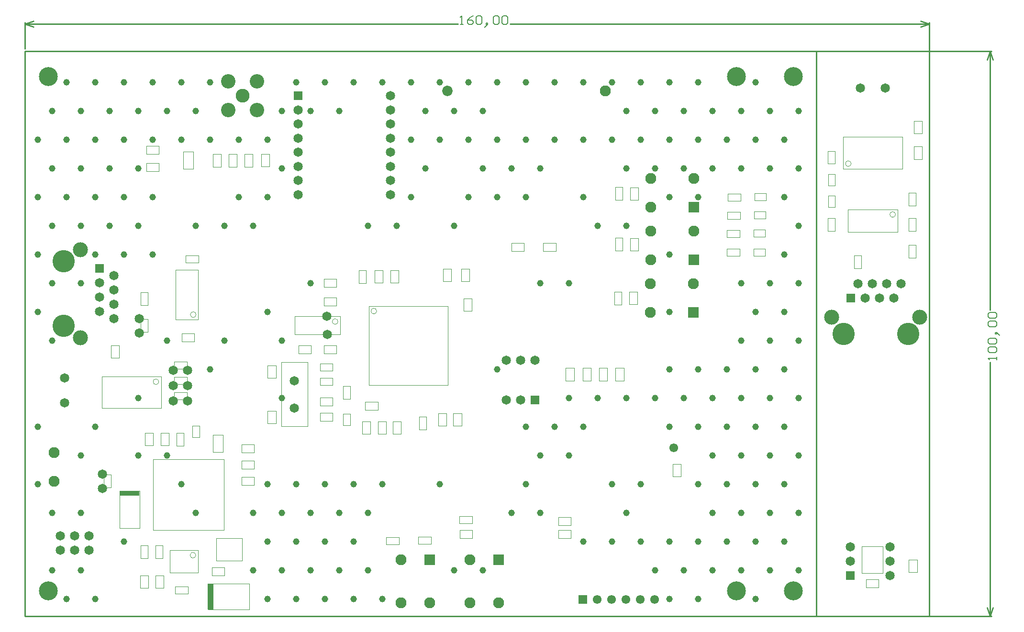
<source format=gbs>
G04 Layer_Color=16711935*
%FSLAX44Y44*%
%MOMM*%
G71*
G01*
G75*
%ADD47C,0.1000*%
%ADD48C,0.2540*%
%ADD49C,0.1524*%
%ADD50R,3.5000X0.8877*%
%ADD51R,0.9819X4.6000*%
%ADD101C,1.6500*%
%ADD102R,1.6500X1.6500*%
%ADD103R,1.6500X1.6500*%
%ADD104C,2.4500*%
%ADD105C,2.5500*%
%ADD106C,1.5500*%
%ADD107C,1.9500*%
%ADD108R,1.9500X1.9500*%
%ADD109R,1.9500X1.9500*%
%ADD110R,1.5500X1.5500*%
%ADD111C,1.8500*%
%ADD112C,3.3500*%
%ADD113C,2.6500*%
%ADD114C,3.9500*%
%ADD115C,1.6500*%
%ADD116R,1.6500X1.6500*%
%ADD117R,1.6500X1.6500*%
%ADD118C,1.1500*%
D47*
X2022000Y1170000D02*
G03*
X2022000Y1170000I-5000J0D01*
G01*
X1702000Y738000D02*
G03*
X1702000Y738000I-5000J0D01*
G01*
X1636500Y1045000D02*
G03*
X1636500Y1045000I-5000J0D01*
G01*
X1953500Y1151500D02*
G03*
X1953500Y1151500I-5000J0D01*
G01*
X2861500Y1431000D02*
G03*
X2861500Y1431000I-5000J0D01*
G01*
X2940000Y1341000D02*
G03*
X2940000Y1341000I-5000J0D01*
G01*
X1702500Y1163750D02*
G03*
X1702500Y1163750I-5000J0D01*
G01*
X1604650Y1132600D02*
Y1155400D01*
X1617350Y1132600D02*
Y1155400D01*
X1604650Y1132600D02*
X1617350D01*
X1604650Y1155400D02*
X1617350D01*
X2820750Y1354000D02*
Y1374000D01*
X2833250Y1354000D02*
Y1374000D01*
X2820750Y1354000D02*
X2833250D01*
X2820750Y1374000D02*
X2833250D01*
X2833350Y1430600D02*
Y1453400D01*
X2820650Y1430600D02*
Y1453400D01*
X2833350D01*
X2820650Y1430600D02*
X2833350D01*
X2820650Y1311600D02*
Y1334400D01*
X2833350Y1311600D02*
Y1334400D01*
X2820650Y1311600D02*
X2833350D01*
X2820650Y1334400D02*
X2833350D01*
X2833250Y1392000D02*
Y1412000D01*
X2820750Y1392000D02*
Y1412000D01*
X2833250D01*
X2820750Y1392000D02*
X2833250D01*
X2880200Y753600D02*
X2917800D01*
X2880200Y706400D02*
X2917800D01*
X2880200D02*
Y753600D01*
X2917800Y706400D02*
Y753600D01*
X2963750Y707950D02*
X2978250D01*
X2963750Y730050D02*
X2978250D01*
X2963750Y707950D02*
Y730050D01*
X2978250Y707950D02*
Y730050D01*
X2887950Y680750D02*
Y695250D01*
X2910050Y680750D02*
Y695250D01*
X2887950D02*
X2910050D01*
X2887950Y680750D02*
X2910050D01*
X1663600Y1013650D02*
X1686400D01*
X1663600Y1026350D02*
X1686400D01*
Y1013650D02*
Y1026350D01*
X1663600Y1013650D02*
Y1026350D01*
Y1040650D02*
X1686400D01*
X1663600Y1053350D02*
X1686400D01*
Y1040650D02*
Y1053350D01*
X1663600Y1040650D02*
Y1053350D01*
Y1067650D02*
X1686400D01*
X1663600Y1080350D02*
X1686400D01*
Y1067650D02*
Y1080350D01*
X1663600Y1067650D02*
Y1080350D01*
X2316950Y1275750D02*
Y1290250D01*
X2339050Y1275750D02*
Y1290250D01*
X2316950D02*
X2339050D01*
X2316950Y1275750D02*
X2339050D01*
X2283050D02*
Y1290250D01*
X2260950Y1275750D02*
Y1290250D01*
Y1275750D02*
X2283050D01*
X2260950Y1290250D02*
X2283050D01*
X1539650Y880400D02*
X1552350D01*
X1539650Y857600D02*
X1552350D01*
Y880400D01*
X1539650Y857600D02*
Y880400D01*
X2168950Y782250D02*
X2191050D01*
X2168950Y767750D02*
X2191050D01*
X2168950D02*
Y782250D01*
X2191050Y767750D02*
Y782250D01*
X2468750Y1181950D02*
Y1204050D01*
X2483250Y1181950D02*
Y1204050D01*
X2468750Y1181950D02*
X2483250D01*
X2468750Y1204050D02*
X2483250D01*
X2470750Y1276950D02*
Y1299050D01*
X2485250Y1276950D02*
Y1299050D01*
X2470750Y1276950D02*
X2485250D01*
X2470750Y1299050D02*
X2485250D01*
X2470750Y1366950D02*
Y1389050D01*
X2485250Y1366950D02*
Y1389050D01*
X2470750Y1366950D02*
X2485250D01*
X2470750Y1389050D02*
X2485250D01*
X1829250Y1051450D02*
Y1073550D01*
X1843750Y1051450D02*
Y1073550D01*
X1829250Y1051450D02*
X1843750D01*
X1829250Y1073550D02*
X1843750D01*
Y971450D02*
Y993550D01*
X1829250Y971450D02*
Y993550D01*
X1843750D01*
X1829250Y971450D02*
X1843750D01*
X1883950Y1109250D02*
X1906050D01*
X1883950Y1094750D02*
X1906050D01*
X1883950D02*
Y1109250D01*
X1906050Y1094750D02*
Y1109250D01*
X2157750Y966950D02*
Y989050D01*
X2172250Y966950D02*
Y989050D01*
X2157750Y966950D02*
X2172250D01*
X2157750Y989050D02*
X2172250D01*
X2190250Y1169950D02*
Y1192050D01*
X2175750Y1169950D02*
Y1192050D01*
X2190250D01*
X2175750Y1169950D02*
X2190250D01*
X2033250Y1219950D02*
Y1242050D01*
X2018750Y1219950D02*
Y1242050D01*
X2033250D01*
X2018750Y1219950D02*
X2033250D01*
X2050750Y952950D02*
Y975050D01*
X2065250Y952950D02*
Y975050D01*
X2050750Y952950D02*
X2065250D01*
X2050750Y975050D02*
X2065250D01*
X2001950Y994750D02*
X2024050D01*
X2001950Y1009250D02*
X2024050D01*
Y994750D02*
Y1009250D01*
X2001950Y994750D02*
Y1009250D01*
X2061250Y1219950D02*
Y1242050D01*
X2046750Y1219950D02*
Y1242050D01*
X2061250D01*
X2046750Y1219950D02*
X2061250D01*
X2154250Y1222950D02*
Y1245050D01*
X2139750Y1222950D02*
Y1245050D01*
X2154250D01*
X2139750Y1222950D02*
X2154250D01*
X1921950Y990250D02*
X1944050D01*
X1921950Y975750D02*
X1944050D01*
X1921950D02*
Y990250D01*
X1944050Y975750D02*
Y990250D01*
X1921950Y1017250D02*
X1944050D01*
X1921950Y1002750D02*
X1944050D01*
X1921950D02*
Y1017250D01*
X1944050Y1002750D02*
Y1017250D01*
X2186250Y1222950D02*
Y1245050D01*
X2171750Y1222950D02*
Y1245050D01*
X2186250D01*
X2171750Y1222950D02*
X2186250D01*
X2130750Y966950D02*
Y989050D01*
X2145250Y966950D02*
Y989050D01*
X2130750Y966950D02*
X2145250D01*
X2130750Y989050D02*
X2145250D01*
X2011250Y952950D02*
Y975050D01*
X1996750Y952950D02*
Y975050D01*
X2011250D01*
X1996750Y952950D02*
X2011250D01*
X2039250Y952950D02*
Y975050D01*
X2024750Y952950D02*
Y975050D01*
X2039250D01*
X2024750Y952950D02*
X2039250D01*
X1928950Y1227250D02*
X1951050D01*
X1928950Y1212750D02*
X1951050D01*
X1928950D02*
Y1227250D01*
X1951050Y1212750D02*
Y1227250D01*
X1928950Y1194250D02*
X1951050D01*
X1928950Y1179750D02*
X1951050D01*
X1928950D02*
Y1194250D01*
X1951050Y1179750D02*
Y1194250D01*
X1928950Y1109250D02*
X1951050D01*
X1928950Y1094750D02*
X1951050D01*
X1928950D02*
Y1109250D01*
X1951050Y1094750D02*
Y1109250D01*
X2356750Y1046950D02*
Y1069050D01*
X2371250Y1046950D02*
Y1069050D01*
X2356750Y1046950D02*
X2371250D01*
X2356750Y1069050D02*
X2371250D01*
X2386750Y1046950D02*
Y1069050D01*
X2401250Y1046950D02*
Y1069050D01*
X2386750Y1046950D02*
X2401250D01*
X2386750Y1069050D02*
X2401250D01*
X2444750Y1046950D02*
Y1069050D01*
X2459250Y1046950D02*
Y1069050D01*
X2444750Y1046950D02*
X2459250D01*
X2444750Y1069050D02*
X2459250D01*
X2415750Y1046950D02*
Y1069050D01*
X2430250Y1046950D02*
Y1069050D01*
X2415750Y1046950D02*
X2430250D01*
X2415750Y1069050D02*
X2430250D01*
X1567500Y852000D02*
X1602500D01*
X1567500Y786000D02*
X1602500D01*
Y852000D01*
X1567500Y786000D02*
Y852000D01*
X1723500Y642000D02*
X1796500D01*
X1723500Y688000D02*
X1796500D01*
Y642000D02*
Y688000D01*
X1723500Y642000D02*
Y688000D01*
X1630750Y679950D02*
Y702050D01*
X1645250Y679950D02*
Y702050D01*
X1630750Y679950D02*
X1645250D01*
X1630750Y702050D02*
X1645250D01*
X1603750Y679950D02*
Y702050D01*
X1618250Y679950D02*
Y702050D01*
X1603750Y679950D02*
X1618250D01*
X1603750Y702050D02*
X1618250D01*
X1626250Y931950D02*
Y954050D01*
X1611750Y931950D02*
Y954050D01*
X1626250D01*
X1611750Y931950D02*
X1626250D01*
X1654250D02*
Y954050D01*
X1639750Y931950D02*
Y954050D01*
X1654250D01*
X1639750Y931950D02*
X1654250D01*
X1782950Y861750D02*
X1805050D01*
X1782950Y876250D02*
X1805050D01*
Y861750D02*
Y876250D01*
X1782950Y861750D02*
Y876250D01*
Y890750D02*
X1805050D01*
X1782950Y905250D02*
X1805050D01*
Y890750D02*
Y905250D01*
X1782950Y890750D02*
Y905250D01*
Y919750D02*
X1805050D01*
X1782950Y934250D02*
X1805050D01*
Y919750D02*
Y934250D01*
X1782950Y919750D02*
Y934250D01*
X2689000Y1280250D02*
X2709000D01*
X2689000Y1267750D02*
X2709000D01*
X2689000D02*
Y1280250D01*
X2709000Y1267750D02*
Y1280250D01*
X2709000Y1301750D02*
Y1314250D01*
X2689000Y1301750D02*
Y1314250D01*
Y1301750D02*
X2709000D01*
X2689000Y1314250D02*
X2709000D01*
X2690000Y1346250D02*
X2710000D01*
X2690000Y1333750D02*
X2710000D01*
X2690000D02*
Y1346250D01*
X2710000Y1333750D02*
Y1346250D01*
X2711000Y1365750D02*
Y1378250D01*
X2691000Y1365750D02*
Y1378250D01*
Y1365750D02*
X2711000D01*
X2691000Y1378250D02*
X2711000D01*
X1738000Y728250D02*
X1784000D01*
X1738000Y767750D02*
X1784000D01*
Y728250D02*
Y767750D01*
X1738000Y728250D02*
Y767750D01*
X1695750Y947000D02*
Y967000D01*
X1708250Y947000D02*
Y967000D01*
X1695750Y947000D02*
X1708250D01*
X1695750Y967000D02*
X1708250D01*
X1962750Y968000D02*
X1975250D01*
X1962750Y988000D02*
X1975250D01*
X1962750Y968000D02*
Y988000D01*
X1975250Y968000D02*
Y988000D01*
X1626500Y907500D02*
X1751500D01*
X1626500Y782500D02*
X1751500D01*
X1626500D02*
Y907500D01*
X1751500Y782500D02*
Y907500D01*
X2095600Y757650D02*
Y770350D01*
X2118400Y757650D02*
Y770350D01*
X2095600D02*
X2118400D01*
X2095600Y757650D02*
X2118400D01*
X2455350Y1181600D02*
Y1204400D01*
X2442650Y1181600D02*
Y1204400D01*
X2455350D01*
X2442650Y1181600D02*
X2455350D01*
X1944400Y1064150D02*
Y1076850D01*
X1921600Y1064150D02*
Y1076850D01*
Y1064150D02*
X1944400D01*
X1921600Y1076850D02*
X1944400D01*
X1921600Y1051350D02*
X1944400D01*
X1921600Y1038650D02*
X1944400D01*
X1921600D02*
Y1051350D01*
X1944400Y1038650D02*
Y1051350D01*
X1990650Y1242400D02*
X2003350D01*
X1990650Y1219600D02*
X2003350D01*
Y1242400D01*
X1990650Y1219600D02*
Y1242400D01*
X2457350Y1276600D02*
Y1299400D01*
X2444650Y1276600D02*
Y1299400D01*
X2457350D01*
X2444650Y1276600D02*
X2457350D01*
X2168600Y794650D02*
Y807350D01*
X2191400Y794650D02*
Y807350D01*
X2168600D02*
X2191400D01*
X2168600Y794650D02*
X2191400D01*
X2457350Y1366600D02*
Y1389400D01*
X2444650Y1366600D02*
Y1389400D01*
X2457350D01*
X2444650Y1366600D02*
X2457350D01*
X2641600Y1267650D02*
Y1280350D01*
X2664400Y1267650D02*
Y1280350D01*
X2641600D02*
X2664400D01*
X2641600Y1267650D02*
X2664400D01*
X2641600Y1300650D02*
X2664400D01*
X2641600Y1313350D02*
X2664400D01*
Y1300650D02*
Y1313350D01*
X2641600Y1300650D02*
Y1313350D01*
X2642600Y1332650D02*
Y1345350D01*
X2665400Y1332650D02*
Y1345350D01*
X2642600D02*
X2665400D01*
X2642600Y1332650D02*
X2665400D01*
X1975350Y1014600D02*
Y1037400D01*
X1962650Y1014600D02*
Y1037400D01*
X1975350D01*
X1962650Y1014600D02*
X1975350D01*
X2643600Y1364650D02*
Y1377350D01*
X2666400Y1364650D02*
Y1377350D01*
X2643600D02*
X2666400D01*
X2643600Y1364650D02*
X2666400D01*
X2110350Y960600D02*
Y983400D01*
X2097650Y960600D02*
Y983400D01*
X2110350D01*
X2097650Y960600D02*
X2110350D01*
X1667650Y954400D02*
X1680350D01*
X1667650Y931600D02*
X1680350D01*
Y954400D01*
X1667650Y931600D02*
Y954400D01*
X1617350Y732600D02*
Y755400D01*
X1604650Y732600D02*
Y755400D01*
X1617350D01*
X1604650Y732600D02*
X1617350D01*
X1630650Y755400D02*
X1643350D01*
X1630650Y732600D02*
X1643350D01*
Y755400D01*
X1630650Y732600D02*
Y755400D01*
X1665600Y669650D02*
X1688400D01*
X1665600Y682350D02*
X1688400D01*
Y669650D02*
Y682350D01*
X1665600Y669650D02*
Y682350D01*
X2008000Y1039000D02*
X2148000D01*
X2008000Y1179000D02*
X2148000D01*
Y1039000D02*
Y1179000D01*
X2008000Y1039000D02*
Y1179000D01*
X1656000Y747000D02*
X1706000D01*
X1656000Y707000D02*
X1706000D01*
Y747000D01*
X1656000Y707000D02*
Y747000D01*
X1732250Y920750D02*
X1749750D01*
X1732250Y951250D02*
X1749750D01*
Y920750D02*
Y951250D01*
X1732250Y920750D02*
Y951250D01*
X1535500Y1054000D02*
X1640500D01*
X1535500Y998000D02*
X1640500D01*
Y1054000D01*
X1535500Y998000D02*
Y1054000D01*
X1900000Y965750D02*
Y1079250D01*
X1853000Y965750D02*
Y1079250D01*
X1900000D01*
X1853000Y965750D02*
X1900000D01*
X1877500Y1160500D02*
X1957500D01*
X1877500Y1128500D02*
X1957500D01*
Y1160500D01*
X1877500Y1128500D02*
Y1160500D01*
X1730950Y701750D02*
X1753050D01*
X1730950Y716250D02*
X1753050D01*
Y701750D02*
Y716250D01*
X1730950Y701750D02*
Y716250D01*
X2038600Y756650D02*
Y769350D01*
X2061400Y756650D02*
Y769350D01*
X2038600D02*
X2061400D01*
X2038600Y756650D02*
X2061400D01*
X1566250Y1086950D02*
Y1109050D01*
X1551750Y1086950D02*
Y1109050D01*
X1566250D01*
X1551750Y1086950D02*
X1566250D01*
X2343950Y805250D02*
X2366050D01*
X2343950Y790750D02*
X2366050D01*
X2343950D02*
Y805250D01*
X2366050Y790750D02*
Y805250D01*
X2343950Y782250D02*
X2366050D01*
X2343950Y767750D02*
X2366050D01*
X2343950D02*
Y782250D01*
X2366050Y767750D02*
Y782250D01*
X2545750Y876950D02*
Y899050D01*
X2560250Y876950D02*
Y899050D01*
X2545750Y876950D02*
X2560250D01*
X2545750Y899050D02*
X2560250D01*
X1706900Y1255400D02*
Y1268100D01*
X1684100Y1255400D02*
Y1268100D01*
Y1255400D02*
X1706900D01*
X1684100Y1268100D02*
X1706900D01*
X1614950Y1432250D02*
X1637050D01*
X1614950Y1417750D02*
X1637050D01*
X1614950D02*
Y1432250D01*
X1637050Y1417750D02*
Y1432250D01*
X1614700Y1462250D02*
X1636800D01*
X1614700Y1447750D02*
X1636800D01*
X1614700D02*
Y1462250D01*
X1636800Y1447750D02*
Y1462250D01*
X1732250Y1425450D02*
Y1447550D01*
X1746750Y1425450D02*
Y1447550D01*
X1732250Y1425450D02*
X1746750D01*
X1732250Y1447550D02*
X1746750D01*
X1760250Y1425450D02*
Y1447550D01*
X1774750Y1425450D02*
Y1447550D01*
X1760250Y1425450D02*
X1774750D01*
X1760250Y1447550D02*
X1774750D01*
X1788250Y1425450D02*
Y1447550D01*
X1802750Y1425450D02*
Y1447550D01*
X1788250Y1425450D02*
X1802750D01*
X1788250Y1447550D02*
X1802750D01*
X1676950Y1115750D02*
X1699050D01*
X1676950Y1130250D02*
X1699050D01*
Y1115750D02*
Y1130250D01*
X1676950Y1115750D02*
Y1130250D01*
X2987250Y1438950D02*
Y1461050D01*
X2972750Y1438950D02*
Y1461050D01*
X2987250D01*
X2972750Y1438950D02*
X2987250D01*
Y1483950D02*
Y1506050D01*
X2972750Y1483950D02*
Y1506050D01*
X2987250D01*
X2972750Y1483950D02*
X2987250D01*
X2866650Y1245600D02*
X2879350D01*
X2866650Y1268400D02*
X2879350D01*
X2866650Y1245600D02*
Y1268400D01*
X2879350Y1245600D02*
Y1268400D01*
X1604650Y1180600D02*
X1617350D01*
X1604650Y1203400D02*
X1617350D01*
X1604650Y1180600D02*
Y1203400D01*
X1617350Y1180600D02*
Y1203400D01*
X2963650Y1287400D02*
X2976350D01*
X2963650Y1264600D02*
X2976350D01*
Y1287400D01*
X2963650Y1264600D02*
Y1287400D01*
Y1379400D02*
X2976350D01*
X2963650Y1356600D02*
X2976350D01*
Y1379400D01*
X2963650Y1356600D02*
Y1379400D01*
X1679750Y1421250D02*
X1697250D01*
X1679750Y1451750D02*
X1697250D01*
Y1421250D02*
Y1451750D01*
X1679750Y1421250D02*
Y1451750D01*
X2847500Y1422000D02*
X2952500D01*
X2847500Y1478000D02*
X2952500D01*
X2847500Y1422000D02*
Y1478000D01*
X2952500Y1422000D02*
Y1478000D01*
X2963650Y1311600D02*
X2976350D01*
X2963650Y1334400D02*
X2976350D01*
X2963650Y1311600D02*
Y1334400D01*
X2976350Y1311600D02*
Y1334400D01*
X1817750Y1425950D02*
Y1448050D01*
X1832250Y1425950D02*
Y1448050D01*
X1817750Y1425950D02*
X1832250D01*
X1817750Y1448050D02*
X1832250D01*
X2856000Y1310000D02*
Y1350000D01*
X2944000Y1310000D02*
Y1350000D01*
X2856000Y1310000D02*
X2944000D01*
X2856000Y1350000D02*
X2944000D01*
X1706500Y1154750D02*
Y1242750D01*
X1666500Y1154750D02*
Y1242750D01*
Y1154750D02*
X1706500D01*
X1666500Y1242750D02*
X1706500D01*
D48*
X3000000Y632540D02*
Y1680540D01*
X1400000Y1633810D02*
Y1680540D01*
X2258107Y1678000D02*
X3000000D01*
X1400000D02*
X2166186D01*
X2984760Y1683080D02*
X3000000Y1678000D01*
X2984760Y1672920D02*
X3000000Y1678000D01*
X1400000D02*
X1415240Y1672920D01*
X1400000Y1678000D02*
X1415240Y1683080D01*
X2803810Y1630000D02*
X3109790D01*
X2803810Y630000D02*
X3109790D01*
X3107250Y1171896D02*
Y1630000D01*
Y630000D02*
Y1079976D01*
X3102170Y1614760D02*
X3107250Y1630000D01*
X3112330Y1614760D01*
X3107250Y630000D02*
X3112330Y645240D01*
X3102170D02*
X3107250Y630000D01*
X2800000D02*
X3000000D01*
Y1630000D01*
X2800000D02*
X3000000D01*
X1400000Y630000D02*
Y1630000D01*
Y630000D02*
X2800000D01*
Y1630000D01*
X1400000D02*
X2800000D01*
D49*
X2170250Y1677750D02*
X2175328D01*
X2172789D01*
Y1692985D01*
X2170250Y1690446D01*
X2193103Y1692985D02*
X2188024Y1690446D01*
X2182946Y1685367D01*
Y1680289D01*
X2185485Y1677750D01*
X2190563D01*
X2193103Y1680289D01*
Y1682828D01*
X2190563Y1685367D01*
X2182946D01*
X2198181Y1690446D02*
X2200720Y1692985D01*
X2205798D01*
X2208338Y1690446D01*
Y1680289D01*
X2205798Y1677750D01*
X2200720D01*
X2198181Y1680289D01*
Y1690446D01*
X2215955Y1675211D02*
X2218494Y1677750D01*
Y1680289D01*
X2215955D01*
Y1677750D01*
X2218494D01*
X2215955Y1675211D01*
X2213416Y1672672D01*
X2228651Y1690446D02*
X2231190Y1692985D01*
X2236269D01*
X2238808Y1690446D01*
Y1680289D01*
X2236269Y1677750D01*
X2231190D01*
X2228651Y1680289D01*
Y1690446D01*
X2243886D02*
X2246425Y1692985D01*
X2251504D01*
X2254043Y1690446D01*
Y1680289D01*
X2251504Y1677750D01*
X2246425D01*
X2243886Y1680289D01*
Y1690446D01*
X3118931Y1084040D02*
Y1089118D01*
Y1086579D01*
X3103696D01*
X3106235Y1084040D01*
Y1096735D02*
X3103696Y1099275D01*
Y1104353D01*
X3106235Y1106892D01*
X3116392D01*
X3118931Y1104353D01*
Y1099275D01*
X3116392Y1096735D01*
X3106235D01*
Y1111971D02*
X3103696Y1114510D01*
Y1119588D01*
X3106235Y1122127D01*
X3116392D01*
X3118931Y1119588D01*
Y1114510D01*
X3116392Y1111971D01*
X3106235D01*
X3121470Y1129745D02*
X3118931Y1132284D01*
X3116392D01*
Y1129745D01*
X3118931D01*
Y1132284D01*
X3121470Y1129745D01*
X3124009Y1127206D01*
X3106235Y1142441D02*
X3103696Y1144980D01*
Y1150058D01*
X3106235Y1152597D01*
X3116392D01*
X3118931Y1150058D01*
Y1144980D01*
X3116392Y1142441D01*
X3106235D01*
Y1157676D02*
X3103696Y1160215D01*
Y1165293D01*
X3106235Y1167832D01*
X3116392D01*
X3118931Y1165293D01*
Y1160215D01*
X3116392Y1157676D01*
X3106235D01*
D50*
X1585000Y847561D02*
D03*
D51*
X1728409Y665000D02*
D03*
D101*
X2251000Y1083000D02*
D03*
X2276400D02*
D03*
X2301800D02*
D03*
X2276400Y1013000D02*
D03*
X2251000D02*
D03*
X2860000Y753000D02*
D03*
Y727600D02*
D03*
X2930000Y702200D02*
D03*
Y727600D02*
D03*
Y753000D02*
D03*
X1462000Y747000D02*
D03*
X1487400D02*
D03*
X1512800D02*
D03*
X1462000Y772400D02*
D03*
X1487400D02*
D03*
X1512800D02*
D03*
X1602110Y1131300D02*
D03*
Y1156700D02*
D03*
X1883250Y1526000D02*
D03*
Y1501000D02*
D03*
Y1476000D02*
D03*
Y1451000D02*
D03*
Y1426000D02*
D03*
Y1401000D02*
D03*
Y1376000D02*
D03*
X2046150Y1551000D02*
D03*
Y1526000D02*
D03*
Y1501000D02*
D03*
Y1476000D02*
D03*
Y1451000D02*
D03*
Y1426000D02*
D03*
Y1401000D02*
D03*
Y1376000D02*
D03*
X1687700Y1011110D02*
D03*
X1662300D02*
D03*
X1687700Y1038110D02*
D03*
X1662300D02*
D03*
X1687700Y1065110D02*
D03*
X1662300D02*
D03*
X1537110Y881700D02*
D03*
Y856300D02*
D03*
X1876500Y998000D02*
D03*
Y1047000D02*
D03*
X1470000Y1052000D02*
D03*
Y1008000D02*
D03*
X1933500Y1160500D02*
D03*
X1934500Y1128500D02*
D03*
X2922000Y1565000D02*
D03*
X2878000D02*
D03*
D102*
X2301800Y1013000D02*
D03*
D103*
X2860000Y702200D02*
D03*
X1883250Y1551000D02*
D03*
D104*
X1784750Y1551250D02*
D03*
D105*
X1759350Y1525850D02*
D03*
Y1576650D02*
D03*
X1810150D02*
D03*
Y1525850D02*
D03*
D106*
X2548000Y928000D02*
D03*
X2437800Y660000D02*
D03*
X2412400D02*
D03*
X2463200D02*
D03*
X2488600D02*
D03*
X2514000D02*
D03*
D107*
X2116000Y653800D02*
D03*
X2065200D02*
D03*
Y730000D02*
D03*
X2187200D02*
D03*
Y653800D02*
D03*
X2238000D02*
D03*
X2505970Y1167820D02*
D03*
Y1218620D02*
D03*
X2582170D02*
D03*
X2583170Y1311870D02*
D03*
X2506970D02*
D03*
Y1261070D02*
D03*
X2506800Y1354000D02*
D03*
Y1404800D02*
D03*
X2583000D02*
D03*
X1451000Y869200D02*
D03*
Y920000D02*
D03*
X2427000Y1560000D02*
D03*
D108*
X2116000Y730000D02*
D03*
X2238000D02*
D03*
D109*
X2582170Y1167820D02*
D03*
X2583170Y1261070D02*
D03*
X2583000Y1354000D02*
D03*
D110*
X2387000Y660000D02*
D03*
D111*
X2147000Y1560000D02*
D03*
D112*
X2659000Y675000D02*
D03*
Y1585000D02*
D03*
X1441000Y675000D02*
D03*
X2759000D02*
D03*
Y1585000D02*
D03*
X1441000D02*
D03*
D113*
X2827000Y1159000D02*
D03*
X2983000D02*
D03*
X1497500Y1122750D02*
D03*
Y1278750D02*
D03*
D114*
X2962150Y1129550D02*
D03*
X2847850D02*
D03*
X1468050Y1257900D02*
D03*
Y1143600D02*
D03*
D115*
X2885950Y1193050D02*
D03*
X2911350D02*
D03*
X2898650Y1218450D02*
D03*
X2924050D02*
D03*
X2936750Y1193050D02*
D03*
X2873250Y1218450D02*
D03*
X2949450D02*
D03*
X1556950Y1156300D02*
D03*
Y1232500D02*
D03*
X1531550Y1169000D02*
D03*
X1556950Y1181700D02*
D03*
Y1207100D02*
D03*
X1531550Y1194400D02*
D03*
Y1219800D02*
D03*
D116*
X2860550Y1193050D02*
D03*
D117*
X1531550Y1245200D02*
D03*
D118*
X2768600Y1524000D02*
D03*
X2743200Y1473200D02*
D03*
X2768600Y1422400D02*
D03*
X2743200Y1371600D02*
D03*
X2768600Y1320800D02*
D03*
X2743200Y1270000D02*
D03*
X2768600Y1219200D02*
D03*
X2743200Y1168400D02*
D03*
X2768600Y1117600D02*
D03*
X2743200Y1066800D02*
D03*
X2768600Y1016000D02*
D03*
X2743200Y965200D02*
D03*
X2768600Y914400D02*
D03*
X2743200Y863600D02*
D03*
X2768600Y812800D02*
D03*
X2743200Y762000D02*
D03*
X2768600Y711200D02*
D03*
X2692400Y1574800D02*
D03*
X2717800Y1524000D02*
D03*
X2692400Y1473200D02*
D03*
X2717800Y1422400D02*
D03*
Y1219200D02*
D03*
X2692400Y1168400D02*
D03*
X2717800Y1117600D02*
D03*
X2692400Y1066800D02*
D03*
X2717800Y1016000D02*
D03*
X2692400Y965200D02*
D03*
X2717800Y914400D02*
D03*
X2692400Y863600D02*
D03*
X2717800Y812800D02*
D03*
X2692400Y762000D02*
D03*
X2717800Y711200D02*
D03*
X2692400Y660400D02*
D03*
X2667000Y1524000D02*
D03*
X2641600Y1473200D02*
D03*
X2667000Y1422400D02*
D03*
Y1219200D02*
D03*
Y1117600D02*
D03*
X2641600Y1066800D02*
D03*
X2667000Y1016000D02*
D03*
X2641600Y965200D02*
D03*
X2667000Y914400D02*
D03*
X2641600Y863600D02*
D03*
X2667000Y812800D02*
D03*
X2641600Y762000D02*
D03*
X2667000Y711200D02*
D03*
X2590800Y1574800D02*
D03*
X2616200Y1524000D02*
D03*
X2590800Y1473200D02*
D03*
X2616200Y1422400D02*
D03*
X2590800Y1371600D02*
D03*
Y1066800D02*
D03*
X2616200Y1016000D02*
D03*
X2590800Y965200D02*
D03*
X2616200Y914400D02*
D03*
X2590800Y863600D02*
D03*
X2616200Y812800D02*
D03*
X2590800Y762000D02*
D03*
X2616200Y711200D02*
D03*
X2590800Y660400D02*
D03*
X2540000Y1574800D02*
D03*
X2565400Y1524000D02*
D03*
X2540000Y1473200D02*
D03*
X2565400Y1422400D02*
D03*
X2540000Y1371600D02*
D03*
Y1270000D02*
D03*
Y1168400D02*
D03*
Y1066800D02*
D03*
X2565400Y1016000D02*
D03*
X2540000Y965200D02*
D03*
Y762000D02*
D03*
X2565400Y711200D02*
D03*
X2540000Y660400D02*
D03*
X2489200Y1574800D02*
D03*
X2514600Y1524000D02*
D03*
X2489200Y1473200D02*
D03*
X2514600Y1422400D02*
D03*
Y1016000D02*
D03*
X2489200Y863600D02*
D03*
Y762000D02*
D03*
X2514600Y711200D02*
D03*
X2438400Y1574800D02*
D03*
X2463800Y1524000D02*
D03*
X2438400Y1473200D02*
D03*
X2463800Y1422400D02*
D03*
Y1320800D02*
D03*
Y1016000D02*
D03*
X2438400Y863600D02*
D03*
X2463800Y812800D02*
D03*
X2438400Y762000D02*
D03*
X2387600Y1574800D02*
D03*
Y1473200D02*
D03*
Y1371600D02*
D03*
X2413000Y1320800D02*
D03*
Y1016000D02*
D03*
X2387600Y965200D02*
D03*
Y762000D02*
D03*
X2336800Y1574800D02*
D03*
Y1473200D02*
D03*
X2362200Y1219200D02*
D03*
Y1016000D02*
D03*
X2336800Y965200D02*
D03*
X2362200Y914400D02*
D03*
X2286000Y1574800D02*
D03*
Y1473200D02*
D03*
X2311400Y1422400D02*
D03*
X2286000Y1371600D02*
D03*
X2311400Y1219200D02*
D03*
X2286000Y965200D02*
D03*
X2311400Y914400D02*
D03*
X2286000Y863600D02*
D03*
X2311400Y812800D02*
D03*
X2235200Y1574800D02*
D03*
Y1473200D02*
D03*
X2260600Y1422400D02*
D03*
X2235200Y1371600D02*
D03*
Y1066800D02*
D03*
X2260600Y812800D02*
D03*
X2184400Y1574800D02*
D03*
X2209800Y1524000D02*
D03*
X2184400Y1473200D02*
D03*
X2209800Y1422400D02*
D03*
X2184400Y1371600D02*
D03*
X2209800Y711200D02*
D03*
X2133600Y1574800D02*
D03*
X2159000Y1524000D02*
D03*
X2133600Y1473200D02*
D03*
X2159000Y1320800D02*
D03*
X2133600Y863600D02*
D03*
X2159000Y711200D02*
D03*
X2082800Y1574800D02*
D03*
X2108200Y1524000D02*
D03*
X2082800Y1473200D02*
D03*
X2108200Y1422400D02*
D03*
X2082800Y1371600D02*
D03*
X2032000Y1574800D02*
D03*
X2057400Y1320800D02*
D03*
X2032000Y863600D02*
D03*
Y660400D02*
D03*
X1981200Y1574800D02*
D03*
X2006600Y1320800D02*
D03*
X1981200Y863600D02*
D03*
X2006600Y812800D02*
D03*
X1981200Y762000D02*
D03*
X2006600Y711200D02*
D03*
X1981200Y660400D02*
D03*
X1930400Y1574800D02*
D03*
X1955800Y1524000D02*
D03*
X1930400Y863600D02*
D03*
X1955800Y812800D02*
D03*
X1930400Y762000D02*
D03*
X1955800Y711200D02*
D03*
X1930400Y660400D02*
D03*
X1879600Y1574800D02*
D03*
X1905000Y1524000D02*
D03*
Y1219200D02*
D03*
X1879600Y863600D02*
D03*
X1905000Y812800D02*
D03*
X1879600Y762000D02*
D03*
X1905000Y711200D02*
D03*
X1879600Y660400D02*
D03*
X1854200Y1524000D02*
D03*
X1828800Y1473200D02*
D03*
X1854200Y1422400D02*
D03*
X1828800Y1371600D02*
D03*
Y1168400D02*
D03*
X1854200Y1117600D02*
D03*
Y1016000D02*
D03*
X1828800Y863600D02*
D03*
X1854200Y812800D02*
D03*
X1828800Y762000D02*
D03*
X1854200Y711200D02*
D03*
X1828800Y660400D02*
D03*
X1778000Y1473200D02*
D03*
Y1371600D02*
D03*
X1803400Y1320800D02*
D03*
Y812800D02*
D03*
Y711200D02*
D03*
X1727200Y1574800D02*
D03*
Y1473200D02*
D03*
X1752600Y1320800D02*
D03*
Y1117600D02*
D03*
X1727200Y1066800D02*
D03*
X1676400Y1574800D02*
D03*
X1701800Y1524000D02*
D03*
X1676400Y1473200D02*
D03*
X1701800Y1320800D02*
D03*
X1676400Y863600D02*
D03*
X1701800Y812800D02*
D03*
X1625600Y1574800D02*
D03*
X1651000Y1524000D02*
D03*
X1625600Y1473200D02*
D03*
Y1371600D02*
D03*
Y1270000D02*
D03*
X1651000Y1117600D02*
D03*
Y914400D02*
D03*
X1574800Y1574800D02*
D03*
X1600200Y1524000D02*
D03*
X1574800Y1473200D02*
D03*
X1600200Y1422400D02*
D03*
X1574800Y1371600D02*
D03*
X1600200Y1320800D02*
D03*
X1574800Y1270000D02*
D03*
X1600200Y1016000D02*
D03*
Y914400D02*
D03*
X1574800Y762000D02*
D03*
X1524000Y1574800D02*
D03*
X1549400Y1524000D02*
D03*
X1524000Y1473200D02*
D03*
X1549400Y1422400D02*
D03*
X1524000Y1371600D02*
D03*
X1549400Y1320800D02*
D03*
X1524000Y1270000D02*
D03*
Y965200D02*
D03*
Y660400D02*
D03*
X1473200Y1574800D02*
D03*
X1498600Y1524000D02*
D03*
X1473200Y1473200D02*
D03*
X1498600Y1422400D02*
D03*
X1473200Y1371600D02*
D03*
X1498600Y1320800D02*
D03*
Y1219200D02*
D03*
Y914400D02*
D03*
Y812800D02*
D03*
Y711200D02*
D03*
X1473200Y660400D02*
D03*
X1447800Y1524000D02*
D03*
X1422400Y1473200D02*
D03*
X1447800Y1422400D02*
D03*
X1422400Y1371600D02*
D03*
X1447800Y1320800D02*
D03*
X1422400Y1270000D02*
D03*
X1447800Y1219200D02*
D03*
X1422400Y1168400D02*
D03*
X1447800Y1117600D02*
D03*
X1422400Y965200D02*
D03*
Y863600D02*
D03*
X1447800Y812800D02*
D03*
Y711200D02*
D03*
M02*

</source>
